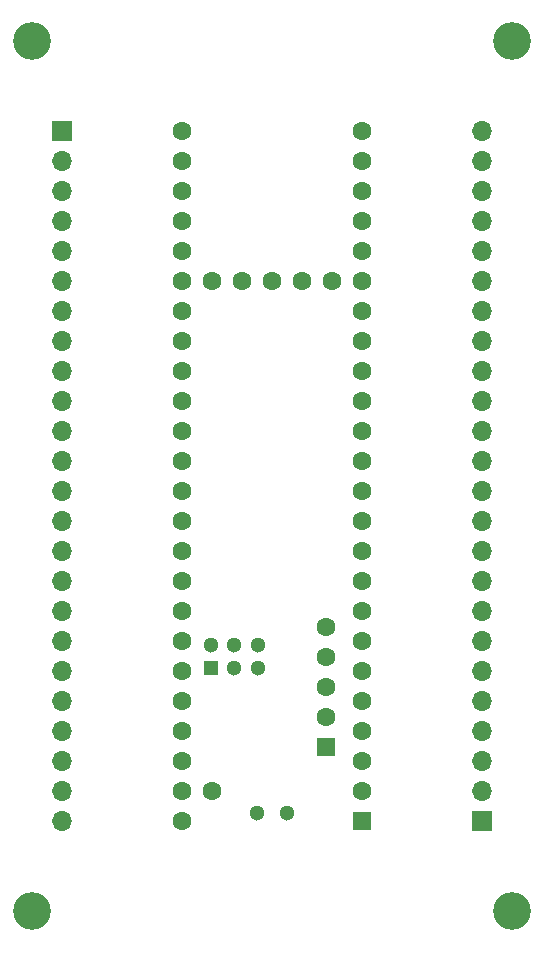
<source format=gbr>
%TF.GenerationSoftware,KiCad,Pcbnew,8.0.4*%
%TF.CreationDate,2024-08-20T17:15:03+05:30*%
%TF.ProjectId,Teensy_breakout,5465656e-7379-45f6-9272-65616b6f7574,rev?*%
%TF.SameCoordinates,Original*%
%TF.FileFunction,Soldermask,Top*%
%TF.FilePolarity,Negative*%
%FSLAX46Y46*%
G04 Gerber Fmt 4.6, Leading zero omitted, Abs format (unit mm)*
G04 Created by KiCad (PCBNEW 8.0.4) date 2024-08-20 17:15:03*
%MOMM*%
%LPD*%
G01*
G04 APERTURE LIST*
%ADD10O,1.700000X1.700000*%
%ADD11R,1.700000X1.700000*%
%ADD12C,3.200000*%
%ADD13R,1.600000X1.600000*%
%ADD14C,1.600000*%
%ADD15R,1.300000X1.300000*%
%ADD16C,1.300000*%
G04 APERTURE END LIST*
D10*
%TO.C,J2*%
X137160000Y-121920000D03*
X137160000Y-119380000D03*
X137160000Y-116840000D03*
X137160000Y-114300000D03*
X137160000Y-111760000D03*
X137160000Y-109220000D03*
X137160000Y-106680000D03*
X137160000Y-104140000D03*
X137160000Y-101600000D03*
X137160000Y-99060000D03*
X137160000Y-96520000D03*
X137160000Y-93980000D03*
X137160000Y-91440000D03*
X137160000Y-88900000D03*
X137160000Y-86360000D03*
X137160000Y-83820000D03*
X137160000Y-81280000D03*
X137160000Y-78740000D03*
X137160000Y-76200000D03*
X137160000Y-73660000D03*
X137160000Y-71120000D03*
X137160000Y-68580000D03*
X137160000Y-66040000D03*
D11*
X137160000Y-63500000D03*
%TD*%
D12*
%TO.C,REF\u002A\u002A*%
X175260000Y-55880000D03*
%TD*%
D11*
%TO.C,J1*%
X172720000Y-121920000D03*
D10*
X172720000Y-119380000D03*
X172720000Y-116840000D03*
X172720000Y-114300000D03*
X172720000Y-111760000D03*
X172720000Y-109220000D03*
X172720000Y-106680000D03*
X172720000Y-104140000D03*
X172720000Y-101600000D03*
X172720000Y-99060000D03*
X172720000Y-96520000D03*
X172720000Y-93980000D03*
X172720000Y-91440000D03*
X172720000Y-88900000D03*
X172720000Y-86360000D03*
X172720000Y-83820000D03*
X172720000Y-81280000D03*
X172720000Y-78740000D03*
X172720000Y-76200000D03*
X172720000Y-73660000D03*
X172720000Y-71120000D03*
X172720000Y-68580000D03*
X172720000Y-66040000D03*
X172720000Y-63500000D03*
%TD*%
D12*
%TO.C,REF\u002A\u002A*%
X134620000Y-55880000D03*
%TD*%
%TO.C,REF\u002A\u002A*%
X134620000Y-129540000D03*
%TD*%
D13*
%TO.C,U1*%
X162560000Y-121920000D03*
D14*
X162560000Y-119380000D03*
X162560000Y-116840000D03*
X162560000Y-114300000D03*
X162560000Y-111760000D03*
X162560000Y-109220000D03*
X162560000Y-106680000D03*
X162560000Y-104140000D03*
X162560000Y-101600000D03*
X162560000Y-99060000D03*
X162560000Y-96520000D03*
X162560000Y-93980000D03*
X162560000Y-91440000D03*
X162560000Y-88900000D03*
X162560000Y-86360000D03*
X162560000Y-83820000D03*
X162560000Y-81280000D03*
X162560000Y-78740000D03*
X162560000Y-76200000D03*
X162560000Y-73660000D03*
X162560000Y-71120000D03*
X162560000Y-68580000D03*
X162560000Y-66040000D03*
X162560000Y-63500000D03*
X147320000Y-63500000D03*
X147320000Y-66040000D03*
X147320000Y-68580000D03*
X147320000Y-71120000D03*
X147320000Y-73660000D03*
X147320000Y-76200000D03*
X147320000Y-78740000D03*
X147320000Y-81280000D03*
X147320000Y-83820000D03*
X147320000Y-86360000D03*
X147320000Y-88900000D03*
X147320000Y-91440000D03*
X147320000Y-93980000D03*
X147320000Y-96520000D03*
X147320000Y-99060000D03*
X147320000Y-101600000D03*
X147320000Y-104140000D03*
X147320000Y-106680000D03*
X147320000Y-109220000D03*
X147320000Y-111760000D03*
X147320000Y-114300000D03*
X147320000Y-116840000D03*
X147320000Y-119380000D03*
X147320000Y-121920000D03*
X149860000Y-119380000D03*
X160020000Y-76200000D03*
X157480000Y-76200000D03*
X154940000Y-76200000D03*
X152400000Y-76200000D03*
X149860000Y-76200000D03*
D13*
X159509200Y-115620800D03*
D14*
X159509200Y-113080800D03*
X159509200Y-110540800D03*
X159509200Y-108000800D03*
X159509200Y-105460800D03*
D15*
X149758400Y-108950000D03*
D16*
X151758400Y-108950000D03*
X153758400Y-108950000D03*
X153758400Y-106950000D03*
X151758400Y-106950000D03*
X149758400Y-106950000D03*
X153670000Y-121190000D03*
X156210000Y-121190000D03*
%TD*%
D12*
%TO.C,REF\u002A\u002A*%
X175260000Y-129540000D03*
%TD*%
M02*

</source>
